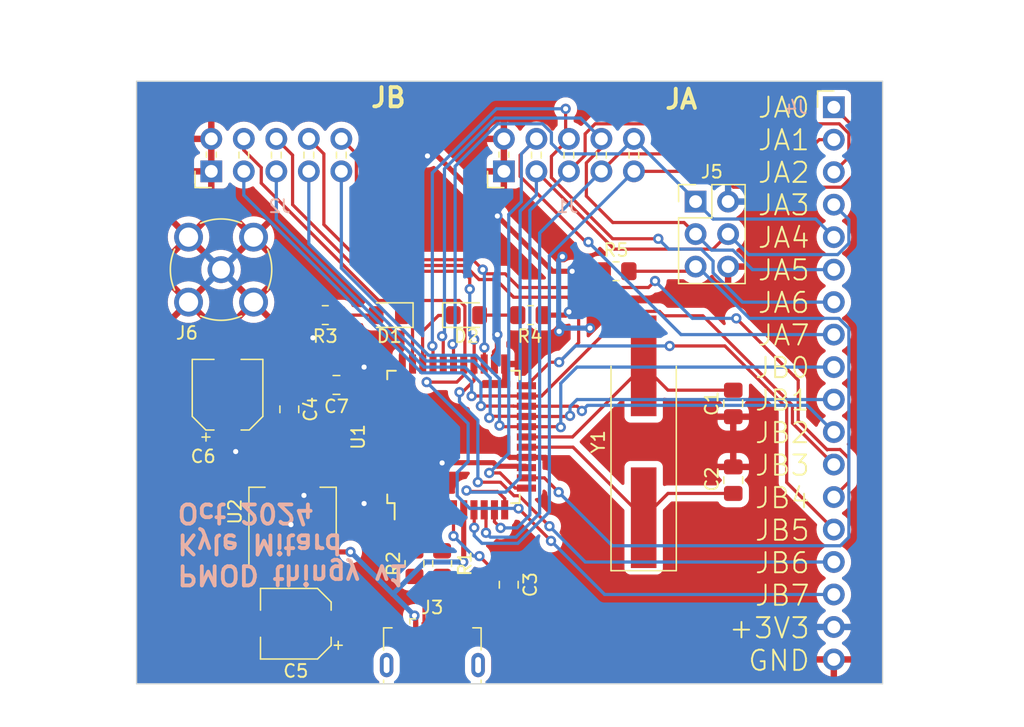
<source format=kicad_pcb>
(kicad_pcb (version 20221018) (generator pcbnew)
  (layers (0 "F.Cu" signal) (31 "B.Cu" signal) (34 "B.Paste" user) (35 "F.Paste" user) (36 "B.SilkS" user "B.Silkscreen") (37 "F.SilkS" user "F.Silkscreen") (38 "B.Mask" user) (39 "F.Mask" user) (44 "Edge.Cuts" user))
  (net 0 "")
  (net 1 "GND")
  (net 2 "Net-(U1-XTAL1)")
  (net 3 "Net-(U1-XTAL2)")
  (net 4 "Net-(U1-UCAP)")
  (net 5 "Net-(U1-AREF)")
  (net 6 "/USB_VBUS")
  (net 7 "+3V3")
  (net 8 "/TXLED")
  (net 9 "Net-(D1-A)")
  (net 10 "/RXLED")
  (net 11 "Net-(D2-A)")
  (net 12 "/IO0")
  (net 13 "/IO1")
  (net 14 "/IO2_SS")
  (net 15 "/IO3_MOSI")
  (net 16 "/IO4_MISO")
  (net 17 "/IO5_SCK")
  (net 18 "/IO6")
  (net 19 "/IO7")
  (net 20 "/IO8_I2C_SCL")
  (net 21 "/IO9_I2C_SDA")
  (net 22 "/IO10_UART_RX")
  (net 23 "/IO11_UART_TX")
  (net 24 "/IO12")
  (net 25 "/IO13")
  (net 26 "/IO14")
  (net 27 "/IO15")
  (net 28 "Net-(J3-D-)")
  (net 29 "Net-(J3-D+)")
  (net 32 "/RESET")
  (net 33 "/USB_D+")
  (net 34 "/USB_D-")
  (footprint "Capacitor_SMD:C_0805_2012Metric_Pad1.18x1.45mm_HandSolder" (layer "F.Cu") (at 144.907 83.82 -90)
    (fp_text reference "C3")
    (fp_text value "1uF")
  )
  (footprint "Connector_PinHeader_2.54mm:PinHeader_2x05_P2.54mm_Horizontal" (layer "F.Cu") (at 121.666 51.497 90)
    (fp_text reference "J2")
    (fp_text value "PMOD_B")
  )
  (footprint "LED_SMD:LED_0805_2012Metric_Pad1.15x1.40mm_HandSolder" (layer "F.Cu") (at 135.572 62.738 180)
    (fp_text reference "D1")
    (fp_text value "TX")
  )
  (footprint "CONSMA001_C_G:LINX_CONSMA001-C-G" (layer "F.Cu") (at 122.428 59.182)
    (fp_text reference "J6")
    (fp_text value "Conn_Coaxial_Power")
  )
  (footprint "Capacitor_SMD:CP_Elec_5x5.3" (layer "F.Cu") (at 128.27 86.868 180)
    (fp_text reference "C5")
    (fp_text value "100uF")
  )
  (footprint "Resistor_SMD:R_0805_2012Metric_Pad1.20x1.40mm_HandSolder" (layer "F.Cu") (at 146.605 62.738 180)
    (fp_text reference "R4")
    (fp_text value "75")
  )
  (footprint "Package_QFP:TQFP-44_10x10mm_P0.8mm" (layer "F.Cu") (at 140.589 72.263 90)
    (fp_text reference "U1")
    (fp_text value "ATmega32U4-A")
  )
  (footprint "Package_TO_SOT_SMD:SOT-223-3_TabPin2" (layer "F.Cu") (at 128.016 78.105 90)
    (fp_text reference "U2")
    (fp_text value "AMS1117-3.3")
  )
  (footprint "Capacitor_SMD:C_0805_2012Metric_Pad1.18x1.45mm_HandSolder" (layer "F.Cu") (at 131.445 68.199 180)
    (fp_text reference "C7")
    (fp_text value "1uF")
  )
  (footprint "Capacitor_SMD:CP_Elec_5x5.3" (layer "F.Cu") (at 122.936 68.961 90)
    (fp_text reference "C6")
    (fp_text value "100uF")
  )
  (footprint "Resistor_SMD:R_0805_2012Metric_Pad1.20x1.40mm_HandSolder" (layer "F.Cu") (at 137.541 82.169 90)
    (fp_text reference "R2")
    (fp_text value "22" hide)
  )
  (footprint "Resistor_SMD:R_0805_2012Metric_Pad1.20x1.40mm_HandSolder" (layer "F.Cu") (at 139.7 82.169 90)
    (fp_text reference "R1")
    (fp_text value "22" hide)
  )
  (footprint "Connector_PinHeader_2.54mm:PinHeader_2x03_P2.54mm_Vertical" (layer "F.Cu") (at 159.507 53.863)
    (fp_text reference "J5")
    (fp_text value "ICSP")
  )
  (footprint "Connector_PinHeader_2.54mm:PinHeader_1x18_P2.54mm_Horizontal" (layer "F.Cu") (at 170.307 46.482)
    (fp_text reference "J4")
    (fp_text value "PMOD_passthrough")
  )
  (footprint "Capacitor_SMD:C_0805_2012Metric_Pad1.18x1.45mm_HandSolder" (layer "F.Cu") (at 162.448 75.644 -90)
    (fp_text reference "C2")
    (fp_text value "30pF")
  )
  (footprint "Capacitor_SMD:C_0805_2012Metric_Pad1.18x1.45mm_HandSolder" (layer "F.Cu") (at 127.762 70.104 90)
    (fp_text reference "C4")
    (fp_text value "0.1uF" hide)
  )
  (footprint "LED_SMD:LED_0805_2012Metric_Pad1.15x1.40mm_HandSolder" (layer "F.Cu") (at 141.605 62.738)
    (fp_text reference "D2")
    (fp_text value "RX")
  )
  (footprint "Capacitor_SMD:C_0805_2012Metric_Pad1.18x1.45mm_HandSolder" (layer "F.Cu") (at 162.448 69.644 90)
    (fp_text reference "C1")
    (fp_text value "30pF")
  )
  (footprint "Crystal:Crystal_SMD_HC49-SD_HandSoldering" (layer "F.Cu") (at 155.448 72.644 90)
    (fp_text reference "Y1")
    (fp_text value "8MHz")
  )
  (footprint "Resistor_SMD:R_0805_2012Metric_Pad1.20x1.40mm_HandSolder" (layer "F.Cu") (at 153.289 59.309)
    (fp_text reference "R5")
    (fp_text value "10k")
  )
  (footprint "Connector_PinHeader_2.54mm:PinHeader_2x05_P2.54mm_Horizontal" (layer "F.Cu") (at 144.526 51.497 90)
    (fp_text reference "J1")
    (fp_text value "PMOD_A")
  )
  (footprint "Resistor_SMD:R_0805_2012Metric_Pad1.20x1.40mm_HandSolder" (layer "F.Cu") (at 130.572 62.738)
    (fp_text reference "R3")
    (fp_text value "75")
  )
  (footprint "Connector_USB:USB_Micro-B_GCT_USB3076-30-A" (layer "F.Cu") (at 138.938 88.9)
    (fp_text reference "J3")
    (fp_text value "USB_B_Micro")
  )
  (gr_rect (start 115.824 44.45) (end 174.117 91.567) (stroke (width 0.1)) (fill none) (layer "Edge.Cuts"))
  (gr_text "PMOD thingy v1\nKyle Mitard\nOct 2024" (at 118.872 77.343 180) (layer "B.SilkS") (effects (font (size 1.5 1.5) (thickness 0.3) bold) (justify left bottom mirror)))
  (gr_text "JA0\nJA1\nJA2\nJA3\nJA4\nJA5\nJA6\nJA7\nJB0\nJB1\nJB2\nJB3\nJB4\nJB5\nJB6\nJB7\n+3V3\nGND" (at 168.529 90.678) (layer "F.SilkS") (effects (font (size 1.58 1.58)) (justify right bottom)))
  (gr_text "JA" (at 156.972 46.736) (layer "F.SilkS") (effects (font (size 1.5 1.5) (thickness 0.3) bold) (justify left bottom)))
  (gr_text "JB" (at 133.985 46.609) (layer "F.SilkS") (effects (font (size 1.5 1.5) (thickness 0.3) bold) (justify left bottom)))
  (segment (start 144.589 67.882) (end 144.526 67.945) (width 0.4) (layer "F.Cu") (net 1))
  (segment (start 136.271 69.088) (end 136.246 69.063) (width 0.4) (layer "F.Cu") (net 1))
  (segment (start 134.889 69.063) (end 136.246 69.063) (width 0.4) (layer "F.Cu") (net 1))
  (segment (start 134.889 75.463) (end 133.706 75.463) (width 0.4) (layer "F.Cu") (net 1))
  (segment (start 140.238 87.45) (end 140.238 85.949) (width 0.4) (layer "F.Cu") (net 1))
  (segment (start 144.589 66.563) (end 146.289 66.563) (width 0.4) (layer "F.Cu") (net 1))
  (segment (start 136.423 75.463) (end 136.652 75.692) (width 0.4) (layer "F.Cu") (net 1))
  (segment (start 144.983 73.863) (end 144.399 73.279) (width 0.4) (layer "F.Cu") (net 1))
  (segment (start 139.789 77.963) (end 139.789 76.365) (width 0.4) (layer "F.Cu") (net 1))
  (segment (start 146.289 73.863) (end 147.777 73.863) (width 0.4) (layer "F.Cu") (net 1))
  (segment (start 144.589 66.563) (end 144.589 67.882) (width 0.4) (layer "F.Cu") (net 1))
  (segment (start 134.889 75.463) (end 136.423 75.463) (width 0.4) (layer "F.Cu") (net 1))
  (segment (start 146.289 73.863) (end 144.983 73.863) (width 0.4) (layer "F.Cu") (net 1))
  (segment (start 146.289 66.563) (end 148.844 64.008) (width 0.4) (layer "F.Cu") (net 1))
  (segment (start 140.238 85.949) (end 140.335 85.852) (width 0.4) (layer "F.Cu") (net 1))
  (segment (start 133.706 75.463) (end 133.477 75.692) (width 0.4) (layer "F.Cu") (net 1))
  (segment (start 139.789 76.365) (end 139.827 76.327) (width 0.4) (layer "F.Cu") (net 1))
  (segment (start 147.777 73.863) (end 148.082 74.168) (width 0.4) (layer "F.Cu") (net 1))
  (via (at 149.098 58.166) (size 0.8) (drill 0.4) (layers "F.Cu" "B.Cu") (net 1))
  (via (at 151.257 63.754) (size 0.8) (drill 0.4) (layers "F.Cu" "B.Cu") (net 1))
  (via (at 148.844 64.008) (size 0.8) (drill 0.4) (layers "F.Cu" "B.Cu") (net 1))
  (segment (start 148.844 64.008) (end 148.806 63.97) (width 0.4) (layer "B.Cu") (net 1))
  (segment (start 148.806 63.246) (end 149.314 63.754) (width 0.4) (layer "B.Cu") (net 1))
  (segment (start 148.806 58.458) (end 149.098 58.166) (width 0.4) (layer "B.Cu") (net 1))
  (segment (start 148.806 63.246) (end 148.806 58.458) (width 0.4) (layer "B.Cu") (net 1))
  (segment (start 148.806 63.97) (end 148.806 63.246) (width 0.4) (layer "B.Cu") (net 1))
  (segment (start 149.314 63.754) (end 151.257 63.754) (width 0.4) (layer "B.Cu") (net 1))
  (segment (start 157.348 68.6065) (end 155.448 66.7065) (width 0.25) (layer "F.Cu") (net 2))
  (segment (start 155.448 66.7065) (end 149.8915 72.263) (width 0.25) (layer "F.Cu") (net 2))
  (segment (start 149.8915 72.263) (end 146.289 72.263) (width 0.25) (layer "F.Cu") (net 2))
  (segment (start 162.448 68.6065) (end 157.348 68.6065) (width 0.25) (layer "F.Cu") (net 2))
  (segment (start 162.448 76.6815) (end 157.348 76.6815) (width 0.25) (layer "F.Cu") (net 3))
  (segment (start 149.9295 73.063) (end 155.448 78.5815) (width 0.25) (layer "F.Cu") (net 3))
  (segment (start 146.289 73.063) (end 149.9295 73.063) (width 0.25) (layer "F.Cu") (net 3))
  (segment (start 157.348 76.6815) (end 155.448 78.5815) (width 0.25) (layer "F.Cu") (net 3))
  (segment (start 143.81583 82.7825) (end 142.615335 81.582005) (width 0.25) (layer "F.Cu") (net 4))
  (segment (start 144.907 82.7825) (end 143.81583 82.7825) (width 0.25) (layer "F.Cu") (net 4))
  (segment (start 140.589 80.01) (end 140.589 77.963) (width 0.25) (layer "F.Cu") (net 4))
  (via (at 140.589 80.01) (size 0.8) (drill 0.4) (layers "F.Cu" "B.Cu") (net 4))
  (via (at 142.615335 81.582005) (size 0.8) (drill 0.4) (layers "F.Cu" "B.Cu") (net 4))
  (segment (start 142.615335 81.582005) (end 142.161005 81.582005) (width 0.25) (layer "B.Cu") (net 4))
  (segment (start 142.161005 81.582005) (end 140.589 80.01) (width 0.25) (layer "B.Cu") (net 4))
  (segment (start 132.4265 74.663) (end 128.905 71.1415) (width 0.25) (layer "F.Cu") (net 5))
  (segment (start 134.775 74.549) (end 134.889 74.663) (width 0.25) (layer "F.Cu") (net 5))
  (segment (start 128.905 71.1415) (end 127.762 71.1415) (width 0.25) (layer "F.Cu") (net 5))
  (segment (start 134.889 74.663) (end 132.4265 74.663) (width 0.25) (layer "F.Cu") (net 5))
  (segment (start 130.47 81.409) (end 130.316 81.255) (width 0.4) (layer "F.Cu") (net 6))
  (segment (start 130.316 81.255) (end 132.543 81.255) (width 0.4) (layer "F.Cu") (net 6))
  (segment (start 141.389 82.004) (end 141.389 77.963) (width 0.4) (layer "F.Cu") (net 6))
  (segment (start 141.351 82.042) (end 141.389 82.004) (width 0.4) (layer "F.Cu") (net 6))
  (segment (start 137.638 86.33) (end 137.541 86.233) (width 0.4) (layer "F.Cu") (net 6))
  (segment (start 137.638 87.45) (end 137.638 86.33) (width 0.4) (layer "F.Cu") (net 6))
  (segment (start 130.47 86.868) (end 130.47 81.409) (width 0.4) (layer "F.Cu") (net 6))
  (via (at 132.543 81.255) (size 0.8) (drill 0.4) (layers "F.Cu" "B.Cu") (net 6))
  (via (at 137.541 86.233) (size 0.8) (drill 0.4) (layers "F.Cu" "B.Cu") (net 6))
  (via (at 141.351 82.042) (size 0.8) (drill 0.4) (layers "F.Cu" "B.Cu") (net 6))
  (segment (start 138.36 82.042) (end 135.845 84.557) (width 0.4) (layer "B.Cu") (net 6))
  (segment (start 132.563 81.255) (end 132.543 81.255) (width 0.4) (layer "B.Cu") (net 6))
  (segment (start 141.351 82.042) (end 138.36 82.042) (width 0.4) (layer "B.Cu") (net 6))
  (segment (start 137.541 86.233) (end 132.563 81.255) (width 0.4) (layer "B.Cu") (net 6))
  (segment (start 140.048154 74.278846) (end 139.716154 74.278846) (width 0.4) (layer "F.Cu") (net 7))
  (segment (start 128.016 81.255) (end 128.016 79.248) (width 0.4) (layer "F.Cu") (net 7))
  (segment (start 134.889 68.263) (end 132.5465 68.263) (width 0.4) (layer "F.Cu") (net 7))
  (segment (start 139.716154 74.278846) (end 139.7 74.295) (width 0.4) (layer "F.Cu") (net 7))
  (segment (start 147.605 62.738) (end 149.352 62.738) (width 0.4) (layer "F.Cu") (net 7))
  (segment (start 128.016 74.955) (end 128.016 75.946) (width 0.4) (layer "F.Cu") (net 7))
  (segment (start 128.016 75.946) (end 128.905 76.835) (width 0.4) (layer "F.Cu") (net 7))
  (segment (start 132.4825 67.9235) (end 133.604 66.802) (width 0.4) (layer "F.Cu") (net 7))
  (segment (start 139.319 50.292) (end 138.557 50.292) (width 0.4) (layer "F.Cu") (net 7))
  (segment (start 134.889 76.263) (end 134.811 76.263) (width 0.4) (layer "F.Cu") (net 7))
  (segment (start 132.4825 68.199) (end 132.4825 67.9235) (width 0.4) (layer "F.Cu") (net 7))
  (segment (start 134.811 76.263) (end 133.604 77.47) (width 0.4) (layer "F.Cu") (net 7))
  (segment (start 144.018 65.393371) (end 144.018 64.262) (width 0.4) (layer "F.Cu") (net 7))
  (segment (start 137.389 76.938) (end 137.032 76.581) (width 0.4) (layer "F.Cu") (net 7))
  (segment (start 146.289 74.663) (end 146.179846 74.553846) (width 0.4) (layer "F.Cu") (net 7))
  (segment (start 122.936 72.771) (end 123.571 73.406) (width 0.4) (layer "F.Cu") (net 7))
  (segment (start 132.5465 68.263) (end 132.4825 68.199) (width 0.4) (layer "F.Cu") (net 7))
  (segment (start 146.179846 74.553846) (end 143.989371 74.553846) (width 0.4) (layer "F.Cu") (net 7))
  (segment (start 129.572 62.738) (end 129.572 64.485) (width 0.4) (layer "F.Cu") (net 7))
  (segment (start 149.86 59.309) (end 148.336 59.309) (width 0.4) (layer "F.Cu") (net 7))
  (segment (start 137.389 76.938) (end 137.389 77.963) (width 0.4) (layer "F.Cu") (net 7))
  (segment (start 143.789 66.563) (end 143.789 65.622371) (width 0.4) (layer "F.Cu") (net 7))
  (segment (start 149.352 62.738) (end 149.606 62.484) (width 0.4) (layer "F.Cu") (net 7))
  (segment (start 135.207 76.581) (end 134.889 76.263) (width 0.4) (layer "F.Cu") (net 7))
  (segment (start 122.936 71.161) (end 122.936 72.771) (width 0.4) (layer "F.Cu") (net 7))
  (segment (start 148.336 59.309) (end 144.018 54.991) (width 0.4) (layer "F.Cu") (net 7))
  (segment (start 128.016 79.248) (end 127.889 79.121) (width 0.4) (layer "F.Cu") (net 7))
  (segment (start 152.289 59.309) (end 149.86 59.309) (width 0.4) (layer "F.Cu") (net 7))
  (segment (start 143.989371 74.553846) (end 143.714371 74.278846) (width 0.4) (layer "F.Cu") (net 7))
  (segment (start 137.032 76.581) (end 135.207 76.581) (width 0.4) (layer "F.Cu") (net 7))
  (segment (start 143.714371 74.278846) (end 140.048154 74.278846) (width 0.4) (layer "F.Cu") (net 7))
  (segment (start 144.018 54.991) (end 139.319 50.292) (width 0.4) (layer "F.Cu") (net 7))
  (segment (start 143.789 65.622371) (end 144.018 65.393371) (width 0.4) (layer "F.Cu") (net 7))
  (via (at 139.7 74.295) (size 0.8) (drill 0.4) (layers "F.Cu" "B.Cu") (net 7))
  (via (at 123.571 73.406) (size 0.8) (drill 0.4) (layers "F.Cu" "B.Cu") (net 7))
  (via (at 133.604 66.802) (size 0.8) (drill 0.4) (layers "F.Cu" "B.Cu") (net 7))
  (via (at 149.606 62.484) (size 0.8) (drill 0.4) (layers "F.Cu" "B.Cu") (net 7))
  (via (at 127.889 79.121) (size 0.8) (drill 0.4) (layers "F.Cu" "B.Cu") (net 7))
  (via (at 144.018 64.262) (size 0.8) (drill 0.4) (layers "F.Cu" "B.Cu") (net 7))
  (via (at 144.018 54.991) (size 0.8) (drill 0.4) (layers "F.Cu" "B.Cu") (net 7))
  (via (at 138.557 50.292) (size 0.8) (drill 0.4) (layers "F.Cu" "B.Cu") (net 7))
  (via (at 149.86 59.309) (size 0.8) (drill 0.4) (layers "F.Cu" "B.Cu") (net 7))
  (via (at 129.603 64.516) (size 0.8) (drill 0.4) (layers "F.Cu" "B.Cu") (net 7))
  (via (at 133.604 77.47) (size 0.8) (drill 0.4) (layers "F.Cu" "B.Cu") (net 7))
  (via (at 128.905 76.835) (size 0.8) (drill 0.4) (layers "F.Cu" "B.Cu") (net 7))
  (segment (start 136.597 62.738) (end 137.389 63.53) (width 0.25) (layer "F.Cu") (net 8))
  (segment (start 137.389 63.53) (end 137.389 66.563) (width 0.25) (layer "F.Cu") (net 8))
  (segment (start 131.572 62.738) (end 134.547 62.738) (width 0.25) (layer "F.Cu") (net 9))
  (segment (start 138.176 64.008) (end 138.176 66.588) (width 0.25) (layer "F.Cu") (net 10))
  (segment (start 139.421 62.763) (end 138.176 64.008) (width 0.25) (layer "F.Cu") (net 10))
  (segment (start 140.555 62.763) (end 139.421 62.763) (width 0.25) (layer "F.Cu") (net 10))
  (segment (start 142.63 62.738) (end 145.605 62.738) (width 0.25) (layer "F.Cu") (net 11))
  (segment (start 162.465 52.737) (end 161.225 51.497) (width 0.25) (layer "F.Cu") (net 12))
  (segment (start 171.932 48.107) (end 171.932 51.715) (width 0.25) (layer "F.Cu") (net 12))
  (segment (start 142.209853 77.983853) (end 142.189 77.963) (width 0.25) (layer "F.Cu") (net 12))
  (segment (start 171.932 51.715) (end 170.91 52.737) (width 0.25) (layer "F.Cu") (net 12))
  (segment (start 161.225 51.497) (end 154.686 51.497) (width 0.25) (layer "F.Cu") (net 12))
  (segment (start 142.209853 79.36208) (end 142.209853 77.983853) (width 0.25) (layer "F.Cu") (net 12))
  (segment (start 170.91 52.737) (end 162.465 52.737) (width 0.25) (layer "F.Cu") (net 12))
  (segment (start 170.307 46.482) (end 171.932 48.107) (width 0.25) (layer "F.Cu") (net 12))
  (via (at 142.209853 79.36208) (size 0.8) (drill 0.4) (layers "F.Cu" "B.Cu") (net 12))
  (segment (start 148.082 59.055) (end 148.082 78.117097) (width 0.25) (layer "B.Cu") (net 12))
  (segment (start 142.209853 79.979853) (end 142.209853 79.36208) (width 0.25) (layer "B.Cu") (net 12))
  (segment (start 142.813105 80.583105) (end 142.209853 79.979853) (width 0.25) (layer "B.Cu") (net 12))
  (segment (start 148.082 78.117097) (end 145.615992 80.583105) (width 0.25) (layer "B.Cu") (net 12))
  (segment (start 145.615992 80.583105) (end 142.813105 80.583105) (width 0.25) (layer "B.Cu") (net 12))
  (segment (start 148.082 58.101) (end 148.082 59.055) (width 0.25) (layer "B.Cu") (net 12))
  (segment (start 154.686 51.497) (end 148.082 58.101) (width 0.25) (layer "B.Cu") (net 12))
  (segment (start 143.129 79.756) (end 143.129 78.103) (width 0.25) (layer "F.Cu") (net 13))
  (segment (start 152.146 51.497) (end 153.511 50.132) (width 0.25) (layer "F.Cu") (net 13))
  (segment (start 168.054 50.132) (end 169.164 49.022) (width 0.25) (layer "F.Cu") (net 13))
  (segment (start 169.164 49.022) (end 170.307 49.022) (width 0.25) (layer "F.Cu") (net 13))
  (segment (start 153.511 50.132) (end 168.054 50.132) (width 0.25) (layer "F.Cu") (net 13))
  (segment (start 143.129 78.103) (end 142.989 77.963) (width 0.25) (layer "F.Cu") (net 13))
  (via (at 143.129 79.756) (size 0.8) (drill 0.4) (layers "F.Cu" "B.Cu") (net 13))
  (segment (start 147.32 56.323) (end 147.32 56.515) (width 0.25) (layer "B.Cu") (net 13))
  (segment (start 147.32 56.515) (end 147.32 78.242701) (width 0.25) (layer "B.Cu") (net 13))
  (segment (start 145.462701 80.1) (end 143.473 80.1) (width 0.25) (layer "B.Cu") (net 13))
  (segment (start 147.32 78.242701) (end 145.462701 80.1) (width 0.25) (layer "B.Cu") (net 13))
  (segment (start 143.473 80.1) (end 143.129 79.756) (width 0.25) (layer "B.Cu") (net 13))
  (segment (start 152.146 51.497) (end 147.32 56.323) (width 0.25) (layer "B.Cu") (net 13))
  (segment (start 150.876 48.565299) (end 150.876 50.227) (width 0.25) (layer "F.Cu") (net 14))
  (segment (start 170.307 51.562) (end 171.482 50.387) (width 0.25) (layer "F.Cu") (net 14))
  (segment (start 171.482 50.387) (end 171.482 48.535299) (width 0.25) (layer "F.Cu") (net 14))
  (segment (start 151.659299 47.782) (end 150.876 48.565299) (width 0.25) (layer "F.Cu") (net 14))
  (segment (start 144.272 79.375) (end 143.789 78.892) (width 0.25) (layer "F.Cu") (net 14))
  (segment (start 171.482 48.535299) (end 170.728701 47.782) (width 0.25) (layer "F.Cu") (net 14))
  (segment (start 143.789 78.892) (end 143.789 77.963) (width 0.25) (layer "F.Cu") (net 14))
  (segment (start 170.728701 47.782) (end 151.659299 47.782) (width 0.25) (layer "F.Cu") (net 14))
  (segment (start 150.876 50.227) (end 149.606 51.497) (width 0.25) (layer "F.Cu") (net 14))
  (via (at 144.272 79.375) (size 0.8) (drill 0.4) (layers "F.Cu" "B.Cu") (net 14))
  (segment (start 149.606 51.497) (end 146.558 54.545) (width 0.25) (layer "B.Cu") (net 14))
  (segment (start 146.558 54.545) (end 146.558 54.991) (width 0.25) (layer "B.Cu") (net 14))
  (segment (start 146.558 78.368305) (end 145.551305 79.375) (width 0.25) (layer "B.Cu") (net 14))
  (segment (start 146.558 54.991) (end 146.558 78.368305) (width 0.25) (layer "B.Cu") (net 14))
  (segment (start 145.551305 79.375) (end 144.272 79.375) (width 0.25) (layer "B.Cu") (net 14))
  (segment (start 153.147 57.578) (end 147.066 51.497) (width 0.25) (layer "F.Cu") (net 15))
  (segment (start 141.605 76.454) (end 141.679846 76.528846) (width 0.25) (layer "F.Cu") (net 15))
  (segment (start 144.589 77.088) (end 144.589 77.963) (width 0.25) (layer "F.Cu") (net 15))
  (segment (start 144.029846 76.528846) (end 144.589 77.088) (width 0.25) (layer "F.Cu") (net 15))
  (segment (start 160.872 57.578) (end 153.147 57.578) (width 0.25) (layer "F.Cu") (net 15))
  (segment (start 141.679846 76.528846) (end 144.029846 76.528846) (width 0.25) (layer "F.Cu") (net 15))
  (segment (start 162.047 56.403) (end 160.872 57.578) (width 0.25) (layer "F.Cu") (net 15))
  (via (at 141.605 76.454) (size 0.8) (drill 0.4) (layers "F.Cu" "B.Cu") (net 15))
  (segment (start 171.482 57.128701) (end 171.482 55.277) (width 0.25) (layer "B.Cu") (net 15))
  (segment (start 145.796 54.61) (end 147.066 53.34) (width 0.25) (layer "B.Cu") (net 15))
  (segment (start 144.662305 76.581) (end 145.796 75.447305) (width 0.25) (layer "B.Cu") (net 15))
  (segment (start 162.047 56.403) (end 163.651 58.007) (width 0.25) (layer "B.Cu") (net 15))
  (segment (start 163.651 58.007) (end 170.603701 58.007) (width 0.25) (layer "B.Cu") (net 15))
  (segment (start 145.796 75.447305) (end 145.796 54.61) (width 0.25) (layer "B.Cu") (net 15))
  (segment (start 170.603701 58.007) (end 171.482 57.128701) (width 0.25) (layer "B.Cu") (net 15))
  (segment (start 141.732 76.581) (end 144.662305 76.581) (width 0.25) (layer "B.Cu") (net 15))
  (segment (start 141.605 76.454) (end 141.732 76.581) (width 0.25) (layer "B.Cu") (net 15))
  (segment (start 171.482 55.277) (end 170.307 54.102) (width 0.25) (layer "B.Cu") (net 15))
  (segment (start 147.066 53.34) (end 147.066 51.497) (width 0.25) (layer "B.Cu") (net 15))
  (segment (start 140.514 65.013697) (end 140.589 65.088697) (width 0.25) (layer "F.Cu") (net 16))
  (segment (start 140.589 65.088697) (end 140.589 66.563) (width 0.25) (layer "F.Cu") (net 16))
  (via (at 140.514 65.013697) (size 0.8) (drill 0.4) (layers "F.Cu" "B.Cu") (net 16))
  (segment (start 159.507 53.863) (end 160.872 55.228) (width 0.25) (layer "B.Cu") (net 16))
  (segment (start 140.716 64.811697) (end 140.716 51.105299) (width 0.25) (layer "B.Cu") (net 16))
  (segment (start 153.511 50.132) (end 154.686 48.957) (width 0.25) (layer "B.Cu") (net 16))
  (segment (start 148.241 48.470299) (end 148.241 49.308) (width 0.25) (layer "B.Cu") (net 16))
  (segment (start 147.552701 47.782) (end 148.241 48.470299) (width 0.25) (layer "B.Cu") (net 16))
  (segment (start 154.686 48.957) (end 159.507 53.778) (width 0.25) (layer "B.Cu") (net 16))
  (segment (start 168.893 55.228) (end 170.307 56.642) (width 0.25) (layer "B.Cu") (net 16))
  (segment (start 160.872 55.228) (end 168.893 55.228) (width 0.25) (layer "B.Cu") (net 16))
  (segment (start 159.507 53.778) (end 159.507 53.863) (width 0.25) (layer "B.Cu") (net 16))
  (segment (start 148.241 49.308) (end 149.065 50.132) (width 0.25) (layer "B.Cu") (net 16))
  (segment (start 149.065 50.132) (end 153.511 50.132) (width 0.25) (layer "B.Cu") (net 16))
  (segment (start 144.039299 47.782) (end 147.552701 47.782) (width 0.25) (layer "B.Cu") (net 16))
  (segment (start 140.514 65.013697) (end 140.716 64.811697) (width 0.25) (layer "B.Cu") (net 16))
  (segment (start 140.716 51.105299) (end 144.039299 47.782) (width 0.25) (layer "B.Cu") (net 16))
  (segment (start 152.146 49.657) (end 152.146 48.957) (width 0.25) (layer "F.Cu") (net 17))
  (segment (start 139.7 64.389) (end 139.789 64.478) (width 0.25) (layer "F.Cu") (net 17))
  (segment (start 153.035 55.499) (end 150.971 53.435) (width 0.25) (layer "F.Cu") (net 17))
  (segment (start 159.507 56.403) (end 158.603 55.499) (width 0.25) (layer "F.Cu") (net 17))
  (segment (start 158.603 55.499) (end 153.035 55.499) (width 0.25) (layer "F.Cu") (net 17))
  (segment (start 150.971 50.832) (end 152.146 49.657) (width 0.25) (layer "F.Cu") (net 17))
  (segment (start 150.971 53.435) (end 150.971 50.832) (width 0.25) (layer "F.Cu") (net 17))
  (segment (start 139.789 64.478) (end 139.789 66.563) (width 0.25) (layer "F.Cu") (net 17))
  (via (at 139.7 64.389) (size 0.8) (drill 0.4) (layers "F.Cu" "B.Cu") (net 17))
  (segment (start 163.947701 59.182) (end 162.423701 57.658) (width 0.25) (layer "B.Cu") (net 17))
  (segment (start 139.7 64.389) (end 139.883948 64.205052) (width 0.25) (layer "B.Cu") (net 17))
  (segment (start 162.423701 57.658) (end 160.762 57.658) (width 0.25) (layer "B.Cu") (net 17))
  (segment (start 160.762 57.658) (end 159.507 56.403) (width 0.25) (layer "B.Cu") (net 17))
  (segment (start 139.883948 64.205052) (end 139.883948 51.300955) (width 0.25) (layer "B.Cu") (net 17))
  (segment (start 159.507 56.403) (end 159.507 56.891) (width 0.25) (layer "B.Cu") (net 17))
  (segment (start 170.307 59.182) (end 163.947701 59.182) (width 0.25) (layer "B.Cu") (net 17))
  (segment (start 150.521 47.332) (end 152.146 48.957) (width 0.25) (layer "B.Cu") (net 17))
  (segment (start 139.883948 51.300955) (end 143.852903 47.332) (width 0.25) (layer "B.Cu") (net 17))
  (segment (start 143.852903 47.332) (end 150.521 47.332) (width 0.25) (layer "B.Cu") (net 17))
  (segment (start 149.352 48.703) (end 149.606 48.957) (width 0.25) (layer "F.Cu") (net 18))
  (segment (start 153.026299 56.769) (end 156.591 56.769) (width 0.25) (layer "F.Cu") (net 18))
  (segment (start 148.241 51.983701) (end 153.026299 56.769) (width 0.25) (layer "F.Cu") (net 18))
  (segment (start 138.989 65.202) (end 138.938 65.151) (width 0.25) (layer "F.Cu") (net 18))
  (segment (start 149.352 46.607) (end 149.352 48.703) (width 0.25) (layer "F.Cu") (net 18))
  (segment (start 148.241 50.322) (end 148.241 51.983701) (width 0.25) (layer "F.Cu") (net 18))
  (segment (start 138.989 66.563) (end 138.989 65.202) (width 0.25) (layer "F.Cu") (net 18))
  (segment (start 149.606 48.957) (end 148.241 50.322) (width 0.25) (layer "F.Cu") (net 18))
  (via (at 138.938 65.151) (size 0.8) (drill 0.4) (layers "F.Cu" "B.Cu") (net 18))
  (via (at 156.591 56.769) (size 0.8) (drill 0.4) (layers "F.Cu" "B.Cu") (net 18))
  (via (at 149.352 46.607) (size 0.8) (drill 0.4) (layers "F.Cu" "B.Cu") (net 18))
  (segment (start 160.872 58.51) (end 160.872 59.429701) (width 0.25) (layer "B.Cu") (net 18))
  (segment (start 157.4 57.578) (end 159.94 57.578) (width 0.25) (layer "B.Cu") (net 18))
  (segment (start 143.941507 46.607) (end 149.352 46.607) (width 0.25) (layer "B.Cu") (net 18))
  (segment (start 160.872 59.429701) (end 163.164299 61.722) (width 0.25) (layer "B.Cu") (net 18))
  (segment (start 138.938 51.610507) (end 143.941507 46.607) (width 0.25) (layer "B.Cu") (net 18))
  (segment (start 156.591 56.769) (end 157.4 57.578) (width 0.25) (layer "B.Cu") (net 18))
  (segment (start 159.94 57.578) (end 160.872 58.51) (width 0.25) (layer "B.Cu") (net 18))
  (segment (start 138.938 65.151) (end 138.938 51.610507) (width 0.25) (layer "B.Cu") (net 18))
  (segment (start 163.164299 61.722) (end 170.307 61.722) (width 0.25) (layer "B.Cu") (net 18))
  (segment (start 145.414 76.263) (end 146.289 76.263) (width 0.25) (layer "F.Cu") (net 19))
  (segment (start 151.13 57.023) (end 150.930299 57.023) (width 0.25) (layer "F.Cu") (net 19))
  (segment (start 145.796 51.888701) (end 145.796 50.227) (width 0.25) (layer "F.Cu") (net 19))
  (segment (start 143.383 75.078846) (end 144.229846 75.078846) (width 0.25) (layer "F.Cu") (net 19))
  (segment (start 144.229846 75.078846) (end 145.414 76.263) (width 0.25) (layer "F.Cu") (net 19))
  (segment (start 150.930299 57.023) (end 145.796 51.888701) (width 0.25) (layer "F.Cu") (net 19))
  (segment (start 145.796 50.227) (end 147.066 48.957) (width 0.25) (layer "F.Cu") (net 19))
  (via (at 143.383 75.078846) (size 0.8) (drill 0.4) (layers "F.Cu" "B.Cu") (net 19))
  (via (at 151.13 57.023) (size 0.8) (drill 0.4) (layers "F.Cu" "B.Cu") (net 19))
  (segment (start 145.891 50.132) (end 147.066 48.957) (width 0.25) (layer "B.Cu") (net 19))
  (segment (start 144.907 54.862604) (end 145.891 53.878604) (width 0.25) (layer "B.Cu") (net 19))
  (segment (start 145.891 53.878604) (end 145.891 50.132) (width 0.25) (layer "B.Cu") (net 19))
  (segment (start 170.307 64.262) (end 158.369 64.262) (width 0.25) (layer "B.Cu") (net 19))
  (segment (start 158.369 64.262) (end 151.13 57.023) (width 0.25) (layer "B.Cu") (net 19))
  (segment (start 143.383 75.078846) (end 144.907 73.554846) (width 0.25) (layer "B.Cu") (net 19))
  (segment (start 144.907 73.554846) (end 144.907 54.862604) (width 0.25) (layer "B.Cu") (net 19))
  (segment (start 148.933 71.463) (end 146.289 71.463) (width 0.25) (layer "F.Cu") (net 20))
  (segment (start 144.271 71.463) (end 144.182 71.374) (width 0.25) (layer "F.Cu") (net 20))
  (segment (start 148.971 71.501) (end 148.933 71.463) (width 0.25) (layer "F.Cu") (net 20))
  (segment (start 146.289 71.463) (end 144.271 71.463) (width 0.25) (layer "F.Cu") (net 20))
  (via (at 148.971 71.501) (size 0.8) (drill 0.4) (layers "F.Cu" "B.Cu") (net 20))
  (via (at 144.182 71.374) (size 0.8) (drill 0.4) (layers "F.Cu" "B.Cu") (net 20))
  (segment (start 142.33 65.876) (end 138.637695 65.876) (width 0.25) (layer "B.Cu") (net 20))
  (segment (start 144.182 67.728) (end 142.33 65.876) (width 0.25) (layer "B.Cu") (net 20))
  (segment (start 150.241 66.802) (end 148.971 68.072) (width 0.25) (layer "B.Cu") (net 20))
  (segment (start 170.307 66.802) (end 150.241 66.802) (width 0.25) (layer "B.Cu") (net 20))
  (segment (start 131.826 59.064305) (end 131.826 51.497) (width 0.25) (layer "B.Cu") (net 20))
  (segment (start 144.182 71.374) (end 144.182 67.728) (width 0.25) (layer "B.Cu") (net 20))
  (segment (start 148.971 68.072) (end 148.971 71.501) (width 0.25) (layer "B.Cu") (net 20))
  (segment (start 138.637695 65.876) (end 131.826 59.064305) (width 0.25) (layer "B.Cu") (net 20))
  (segment (start 149.696 70.612) (end 149.645 70.663) (width 0.25) (layer "F.Cu") (net 21))
  (segment (start 146.275 70.649) (end 146.289 70.663) (width 0.25) (layer "F.Cu") (net 21))
  (segment (start 143.506246 70.649) (end 146.275 70.649) (width 0.25) (layer "F.Cu") (net 21))
  (segment (start 143.384283 70.770963) (end 143.506246 70.649) (width 0.25) (layer "F.Cu") (net 21))
  (segment (start 149.645 70.663) (end 146.289 70.663) (width 0.25) (layer "F.Cu") (net 21))
  (via (at 149.696 70.612) (size 0.8) (drill 0.4) (layers "F.Cu" "B.Cu") (net 21))
  (via (at 143.384283 70.770963) (size 0.8) (drill 0.4) (layers "F.Cu" "B.Cu") (net 21))
  (segment (start 149.696 69.887) (end 149.696 70.612) (width 0.25) (layer "B.Cu") (net 21))
  (segment (start 143.384283 70.770963) (end 143.457 70.698246) (width 0.25) (layer "B.Cu") (net 21))
  (segment (start 150.241 69.342) (end 149.696 69.887) (width 0.25) (layer "B.Cu") (net 21))
  (segment (start 143.457 67.639396) (end 142.143604 66.326) (width 0.25) (layer "B.Cu") (net 21))
  (segment (start 143.457 70.698246) (end 143.457 67.639396) (width 0.25) (layer "B.Cu") (net 21))
  (segment (start 138.451299 66.326) (end 129.286 57.160701) (width 0.25) (layer "B.Cu") (net 21))
  (segment (start 142.143604 66.326) (end 138.451299 66.326) (width 0.25) (layer "B.Cu") (net 21))
  (segment (start 129.286 57.160701) (end 129.286 51.497) (width 0.25) (layer "B.Cu") (net 21))
  (segment (start 170.307 69.342) (end 150.241 69.342) (width 0.25) (layer "B.Cu") (net 21))
  (segment (start 142.732 69.85) (end 145.276 69.85) (width 0.25) (layer "F.Cu") (net 22))
  (segment (start 145.289 69.863) (end 146.289 69.863) (width 0.25) (layer "F.Cu") (net 22))
  (segment (start 150.254 69.863) (end 146.289 69.863) (width 0.25) (layer "F.Cu") (net 22))
  (segment (start 150.622 70.231) (end 150.254 69.863) (width 0.25) (layer "F.Cu") (net 22))
  (segment (start 145.276 69.85) (end 145.289 69.863) (width 0.25) (layer "F.Cu") (net 22))
  (via (at 142.732 69.85) (size 0.8) (drill 0.4) (layers "F.Cu" "B.Cu") (net 22))
  (via (at 150.622 70.231) (size 0.8) (drill 0.4) (layers "F.Cu" "B.Cu") (net 22))
  (segment (start 126.746 55.257097) (end 126.746 51.497) (width 0.25) (layer "B.Cu") (net 22))
  (segment (start 142.732 68.056) (end 141.478 66.802) (width 0.25) (layer "B.Cu") (net 22))
  (segment (start 151.061 69.792) (end 150.622 70.231) (width 0.25) (layer "B.Cu") (net 22))
  (segment (start 142.732 69.85) (end 142.732 68.056) (width 0.25) (layer "B.Cu") (net 22))
  (segment (start 168.217 69.792) (end 151.061 69.792) (width 0.25) (layer "B.Cu") (net 22))
  (segment (start 138.290903 66.802) (end 126.746 55.257097) (width 0.25) (layer "B.Cu") (net 22))
  (segment (start 141.478 66.802) (end 138.290903 66.802) (width 0.25) (layer "B.Cu") (net 22))
  (segment (start 170.307 71.882) (end 168.217 69.792) (width 0.25) (layer "B.Cu") (net 22))
  (segment (start 142.017822 69.063) (end 142.007 69.073822) (width 0.25) (layer "F.Cu") (net 23))
  (segment (start 167.074 71.189) (end 167.074 69.792) (width 0.25) (layer "F.Cu") (net 23))
  (segment (start 160.072 62.79) (end 157.024 62.79) (width 0.25) (layer "F.Cu") (net 23))
  (segment (start 170.307 74.422) (end 167.074 71.189) (width 0.25) (layer "F.Cu") (net 23))
  (segment (start 156.678 62.444) (end 154.091 62.444) (width 0.25) (layer "F.Cu") (net 23))
  (segment (start 154.091 62.444) (end 147.472 69.063) (width 0.25) (layer "F.Cu") (net 23))
  (segment (start 146.289 69.063) (end 142.017822 69.063) (width 0.25) (layer "F.Cu") (net 23))
  (segment (start 147.472 69.063) (end 146.289 69.063) (width 0.25) (layer "F.Cu") (net 23))
  (segment (start 157.024 62.79) (end 156.678 62.444) (width 0.25) (layer "F.Cu") (net 23))
  (segment (start 167.074 69.792) (end 160.072 62.79) (width 0.25) (layer "F.Cu") (net 23))
  (via (at 142.007 69.073822) (size 0.8) (drill 0.4) (layers "F.Cu" "B.Cu") (net 23))
  (segment (start 138.104507 67.252) (end 124.206 53.353493) (width 0.25) (layer "B.Cu") (net 23))
  (segment (start 142.007 69.073822) (end 142.007 67.967396) (width 0.25) (layer "B.Cu") (net 23))
  (segment (start 141.291604 67.252) (end 138.104507 67.252) (width 0.25) (layer "B.Cu") (net 23))
  (segment (start 142.007 67.967396) (end 141.291604 67.252) (width 0.25) (layer "B.Cu") (net 23))
  (segment (start 124.206 53.353493) (end 124.206 51.497) (width 0.25) (layer "B.Cu") (net 23))
  (segment (start 169.820299 73.247) (end 169.794347 73.272951) (width 0.25) (layer "F.Cu") (net 24))
  (segment (start 131.826 48.957) (end 133.001 50.132) (width 0.25) (layer "F.Cu") (net 24))
  (segment (start 155.829 60.579) (end 145.702496 60.579) (width 0.25) (layer "F.Cu") (net 24))
  (segment (start 144.630399 59.506903) (end 143.199903 59.506903) (width 0.25) (layer "F.Cu") (net 24))
  (segment (start 143.002 65.278) (end 143.002 66.55) (width 0.25) (layer "F.Cu") (net 24))
  (segment (start 133.001 50.132) (end 133.001 56.928) (width 0.25) (layer "F.Cu") (net 24))
  (segment (start 167.524 67.829) (end 162.687 62.992) (width 0.25) (layer "F.Cu") (net 24))
  (segment (start 143.199903 59.506903) (end 142.875 59.182) (width 0.25) (layer "F.Cu") (net 24))
  (segment (start 169.794347 73.272951) (end 167.524 71.002604) (width 0.25) (layer "F.Cu") (net 24))
  (segment (start 156.337 60.071) (end 155.829 60.579) (width 0.25) (layer "F.Cu") (net 24))
  (segment (start 133.001 56.928) (end 134.482 58.409) (width 0.25) (layer "F.Cu") (net 24))
  (segment (start 170.793701 73.247) (end 169.820299 73.247) (width 0.25) (layer "F.Cu") (net 24))
  (segment (start 171.482 75.787) (end 171.482 73.935299) (width 0.25) (layer "F.Cu") (net 24))
  (segment (start 171.482 73.935299) (end 170.793701 73.247) (width 0.25) (layer "F.Cu") (net 24))
  (segment (start 145.702496 60.579) (end 144.630399 59.506903) (width 0.25) (layer "F.Cu") (net 24))
  (segment (start 142.102 58.409) (end 142.875 59.182) (width 0.25) (layer "F.Cu") (net 24))
  (segment (start 134.482 58.409) (end 142.102 58.409) (width 0.25) (layer "F.Cu") (net 24))
  (segment (start 167.524 71.002604) (end 167.524 67.829) (width 0.25) (layer "F.Cu") (net 24))
  (segment (start 170.307 76.962) (end 171.482 75.787) (width 0.25) (layer "F.Cu") (net 24))
  (segment (start 143.002 66.55) (end 142.989 66.563) (width 0.25) (layer "F.Cu") (net 24))
  (via (at 143.002 65.278) (size 0.8) (drill 0.4) (layers "F.Cu" "B.Cu") (net 24))
  (via (at 162.687 62.992) (size 0.8) (drill 0.4) (layers "F.Cu" "B.Cu") (net 24))
  (via (at 156.337 60.071) (size 0.8) (drill 0.4) (layers "F.Cu" "B.Cu") (net 24))
  (via (at 142.875 59.182) (size 0.8) (drill 0.4) (layers "F.Cu" "B.Cu") (net 24))
  (segment (start 142.875 59.182) (end 143.002 59.309) (width 0.25) (layer "B.Cu") (net 24))
  (segment (start 143.002 59.309) (end 143.002 65.278) (width 0.25) (layer "B.Cu") (net 24))
  (segment (start 162.687 62.992) (end 159.258 62.992) (width 0.25) (layer "B.Cu") (net 24))
  (segment (start 159.258 62.992) (end 156.337 60.071) (width 0.25) (layer "B.Cu") (net 24))
  (segment (start 166.624 69.978396) (end 161.796604 65.151) (width 0.25) (layer "F.Cu") (net 25))
  (segment (start 130.461 55.656604) (end 133.663396 58.859) (width 0.25) (layer "F.Cu") (net 25))
  (segment (start 148.131 66.421) (end 146.289 68.263) (width 0.25) (layer "F.Cu") (net 25))
  (segment (start 170.307 79.502) (end 166.624 75.819) (width 0.25) (layer "F.Cu") (net 25))
  (segment (start 130.461 50.132) (end 130.461 55.656604) (width 0.25) (layer "F.Cu") (net 25))
  (segment (start 146.685 67.867) (end 146.289 68.263) (width 0.25) (layer "F.Cu") (net 25))
  (segment (start 142.584 59.956903) (end 143.903903 59.956903) (width 0.25) (layer "F.Cu") (net 25))
  (segment (start 143.903903 59.956903) (end 145.288 61.341) (width 0.25) (layer "F.Cu") (net 25))
  (segment (start 150.368 62.220695) (end 150.368 64.897) (width 0.25) (layer "F.Cu") (net 25))
  (segment (start 129.286 48.957) (end 130.461 50.132) (width 0.25) (layer "F.Cu") (net 25))
  (segment (start 133.663396 58.859) (end 141.486097 58.859) (width 0.25) (layer "F.Cu") (net 25))
  (segment (start 145.288 61.341) (end 149.488305 61.341) (width 0.25) (layer "F.Cu") (net 25))
  (segment (start 149.488305 61.341) (end 150.368 62.220695) (width 0.25) (layer "F.Cu") (net 25))
  (segment (start 150.368 64.897) (end 148.844 66.421) (width 0.25) (layer "F.Cu") (net 25))
  (segment (start 166.624 75.819) (end 166.624 69.978396) (width 0.25) (layer "F.Cu") (net 25))
  (segment (start 141.486097 58.859) (end 142.584 59.956903) (width 0.25) (layer "F.Cu") (net 25))
  (segment (start 148.844 66.421) (end 148.131 66.421) (width 0.25) (layer "F.Cu") (net 25))
  (segment (start 161.796604 65.151) (end 157.48 65.151) (width 0.25) (layer "F.Cu") (net 25))
  (via (at 157.48 65.151) (size 0.8) (drill 0.4) (layers "F.Cu" "B.Cu") (net 25))
  (via (at 148.844 66.421) (size 0.8) (drill 0.4) (layers "F.Cu" "B.Cu") (net 25))
  (segment (start 157.48 65.151) (end 150.114 65.151) (width 0.25) (layer "B.Cu") (net 25))
  (segment (start 150.114 65.151) (end 148.844 66.421) (width 0.25) (layer "B.Cu") (net 25))
  (segment (start 128.016 54.102) (end 133.223 59.309) (width 0.25) (layer "F.Cu") (net 26))
  (segment (start 141.282 68.773517) (end 142.189 67.866517) (width 0.25) (layer "F.Cu") (net 26))
  (segment (start 128.016 50.227) (end 128.016 54.102) (width 0.25) (layer "F.Cu") (net 26))
  (segment (start 145.316 76.863) (end 145.706305 76.863) (width 0.25) (layer "F.Cu") (net 26))
  (segment (start 126.746 48.957) (end 126.746 49.657) (width 0.25) (layer "F.Cu") (net 26))
  (segment (start 126.746 48.957) (end 128.016 50.227) (width 0.25) (layer "F.Cu") (net 26))
  (segment (start 141.299701 59.309) (end 141.859 59.868299) (width 0.25) (layer "F.Cu") (net 26))
  (segment (start 142.189 67.866517) (end 142.189 66.563) (width 0.25) (layer "F.Cu") (net 26))
  (segment (start 145.706305 76.863) (end 148.086653 79.243347) (width 0.25) (layer "F.Cu") (net 26))
  (segment (start 144.256846 75.803846) (end 145.316 76.863) (width 0.25) (layer "F.Cu") (net 26))
  (segment (start 142.205 64.643) (end 142.205 66.547) (width 0.25) (layer "F.Cu") (net 26))
  (segment (start 141.859 59.868299) (end 141.859 60.706) (width 0.25) (layer "F.Cu") (net 26))
  (segment (start 141.05737 68.760439) (end 141.070448 68.773517) (width 0.25) (layer "F.Cu") (net 26))
  (segment (start 141.070448 68.773517) (end 141.282 68.773517) (width 0.25) (layer "F.Cu") (net 26))
  (segment (start 133.223 59.309) (end 141.299701 59.309) (width 0.25) (layer "F.Cu") (net 26))
  (segment (start 142.494 75.803846) (end 144.256846 75.803846) (width 0.25) (layer "F.Cu") (net 26))
  (segment (start 142.205 66.547) (end 142.189 66.563) (width 0.25) (layer "F.Cu") (net 26))
  (via (at 142.494 75.803846) (size 0.8) (drill 0.4) (layers "F.Cu" "B.Cu") (net 26))
  (via (at 148.086653 79.243347) (size 0.8) (drill 0.4) (layers "F.Cu" "B.Cu") (net 26))
  (via (at 141.05737 68.760439) (size 0.8) (drill 0.4) (layers "F.Cu" "B.Cu") (net 26))
  (via (at 141.859 60.706) (size 0.8) (drill 0.4) (layers "F.Cu" "B.Cu") (net 26))
  (via (at 142.205 64.643) (size 0.8) (drill 0.4) (layers "F.Cu" "B.Cu") (net 26))
  (segment (start 141.05737 69.516418) (end 142.494 70.953048) (width 0.25) (layer "B.Cu") (net 26))
  (segment (start 150.885306 82.042) (end 170.307 82.042) (width 0.25) (layer "B.Cu") (net 26))
  (segment (start 142.494 70.953048) (end 142.494 75.803846) (width 0.25) (layer "B.Cu") (net 26))
  (segment (start 141.05737 68.760439) (end 141.05737 69.516418) (width 0.25) (layer "B.Cu") (net 26))
  (segment (start 141.859 60.706) (end 141.859 64.297) (width 0.25) (layer "B.Cu") (net 26))
  (segment (start 141.859 64.297) (end 142.205 64.643) (width 0.25) (layer "B.Cu") (net 26))
  (segment (start 148.086653 79.243347) (end 150.885306 82.042) (width 0.25) (layer "B.Cu") (net 26))
  (segment (start 141.48 62.0429) (end 141.48 66.472) (width 0.25) (layer "F.Cu") (net 27))
  (segment (start 138.493669 67.977) (end 140.85 67.977) (width 0.25) (layer "F.Cu") (net 27))
  (segment (start 145.669 77.851) (end 148.209 80.391) (width 0.25) (layer "F.Cu") (net 27))
  (segment (start 141.389 67.438) (end 141.389 66.563) (width 0.25) (layer "F.Cu") (net 27))
  (segment (start 124.206 48.957) (end 124.206 49.835299) (width 0.25) (layer "F.Cu") (net 27))
  (segment (start 125.571 52.419) (end 134.747 61.595) (width 0.25) (layer "F.Cu") (net 27))
  (segment (start 140.85 67.977) (end 141.389 67.438) (width 0.25) (layer "F.Cu") (net 27))
  (segment (start 141.48 66.472) (end 141.389 66.563) (width 0.25) (layer "F.Cu") (net 27))
  (segment (start 124.206 49.835299) (end 125.571 51.200299) (width 0.25) (layer "F.Cu") (net 27))
  (segment (start 125.571 51.200299) (end 125.571 52.419) (width 0.25) (layer "F.Cu") (net 27))
  (segment (start 134.747 61.595) (end 141.0321 61.595) (width 0.25) (layer "F.Cu") (net 27))
  (segment (start 141.0321 61.595) (end 141.48 62.0429) (width 0.25) (layer "F.Cu") (net 27))
  (via (at 138.493669 67.977) (size 0.8) (drill 0.4) (layers "F.Cu" "B.Cu") (net 27))
  (via (at 148.209 80.391) (size 0.8) (drill 0.4) (layers "F.Cu" "B.Cu") (net 27))
  (via (at 145.669 77.851) (size 0.8) (drill 0.4) (layers "F.Cu" "B.Cu") (net 27))
  (segment (start 140.88 75.050305) (end 140.88 76.872) (width 0.25) (layer "B.Cu") (net 27))
  (segment (start 138.493669 67.977) (end 141.732 71.215331) (width 0.25) (layer "B.Cu") (net 27))
  (segment (start 141.859 77.851) (end 145.669 77.851) (width 0.25) (layer "B.Cu") (net 27))
  (segment (start 140.88 76.872) (end 141.859 77.851) (width 0.25) (layer "B.Cu") (net 27))
  (segment (start 152.4 84.582) (end 170.307 84.582) (width 0.25) (layer "B.Cu") (net 27))
  (segment (start 141.732 74.198305) (end 140.88 75.050305) (width 0.25) (layer "B.Cu") (net 27))
  (segment (start 141.732 71.215331) (end 141.732 74.198305) (width 0.25) (layer "B.Cu") (net 27))
  (segment (start 148.209 80.391) (end 152.4 84.582) (width 0.25) (layer "B.Cu") (net 27))
  (segment (start 137.541 83.169) (end 138.288 83.916) (width 0.25) (layer "F.Cu") (net 28))
  (segment (start 138.288 83.916) (end 138.288 87.45) (width 0.25) (layer "F.Cu") (net 28))
  (segment (start 139.7 83.169) (end 138.938 83.931) (width 0.25) (layer "F.Cu") (net 29))
  (segment (start 138.938 83.931) (end 138.938 87.45) (width 0.25) (layer "F.Cu") (net 29))
  (segment (start 148.807 76.581) (end 147.689 75.463) (width 0.25) (layer "F.Cu") (net 32))
  (segment (start 159.141 59.309) (end 159.507 58.943) (width 0.25) (layer "F.Cu") (net 32))
  (segment (start 147.689 75.463) (end 146.289 75.463) (width 0.25) (layer "F.Cu") (net 32))
  (segment (start 154.289 59.309) (end 159.141 59.309) (width 0.25) (layer "F.Cu") (net 32))
  (segment (start 154.289 59.309) (end 154.289 59.616) (width 0.25) (layer "F.Cu") (net 32))
  (via (at 148.807 76.581) (size 0.8) (drill 0.4) (layers "F.Cu" "B.Cu") (net 32))
  (segment (start 171.482 63.775299) (end 171.482 80.105) (width 0.25) (layer "B.Cu") (net 32))
  (segment (start 170.815 80.772) (end 152.998 80.772) (width 0.25) (layer "B.Cu") (net 32))
  (segment (start 159.663305 58.943) (end 163.712305 62.992) (width 0.25) (layer "B.Cu") (net 32))
  (segment (start 159.507 58.943) (end 159.663305 58.943) (width 0.25) (layer "B.Cu") (net 32))
  (segment (start 152.998 80.772) (end 148.807 76.581) (width 0.25) (layer "B.Cu") (net 32))
  (segment (start 170.698701 62.992) (end 171.482 63.775299) (width 0.25) (layer "B.Cu") (net 32))
  (segment (start 163.712305 62.992) (end 170.698701 62.992) (width 0.25) (layer "B.Cu") (net 32))
  (segment (start 171.482 80.105) (end 170.815 80.772) (width 0.25) (layer "B.Cu") (net 32))
  (segment (start 138.989 77.963) (end 138.989 80.458) (width 0.2) (layer "F.Cu") (net 33))
  (segment (start 138.989 80.458) (end 139.7 81.169) (width 0.2) (layer "F.Cu") (net 33))
  (segment (start 138.189 80.521) (end 137.541 81.169) (width 0.2) (layer "F.Cu") (net 34))
  (segment (start 138.189 77.963) (end 138.189 80.521) (width 0.2) (layer "F.Cu") (net 34))
  (zone (net 1) (net_name "GND") (layer "F.Cu") (connect_pads (clearance 0.5)) (min_thickness 0.25) (fill yes (thermal_gap 0.5) (thermal_bridge_width 0.5))
    (polygon (pts (xy 105.156 70.485) (xy 108.585 41.783) (xy 185.166 43.561) (xy 184.15 94.107) (xy 111.506 93.472)))
  )
  (zone (net 7) (net_name "+3V3") (layer "B.Cu") (priority 1) (connect_pads (clearance 0.5)) (min_thickness 0.25) (fill yes (thermal_gap 0.5) (thermal_bridge_width 0.5))
    (polygon (pts (xy 110.236 48.895) (xy 110.236 38.1) (xy 176.149 44.323) (xy 176.022 93.472) (xy 133.35 92.964) (xy 111.379 92.837)))
  )
)
</source>
